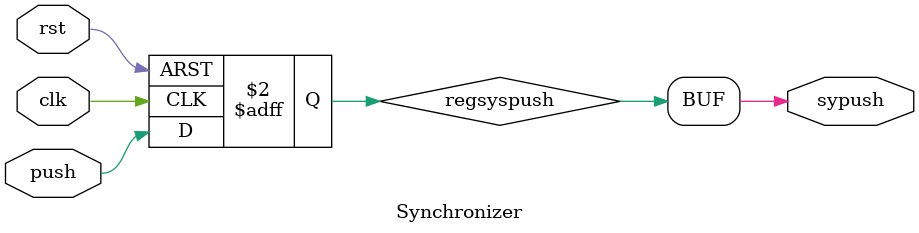
<source format=v>
`timescale 1ns / 1ps
module Synchronizer(
    input push,
    input clk,
    input rst,
    output sypush
    );

reg regsyspush;

assign sypush = regsyspush;

always @(posedge clk or posedge rst)
	if (rst) regsyspush <= 0;
	else regsyspush <= push;
endmodule

</source>
